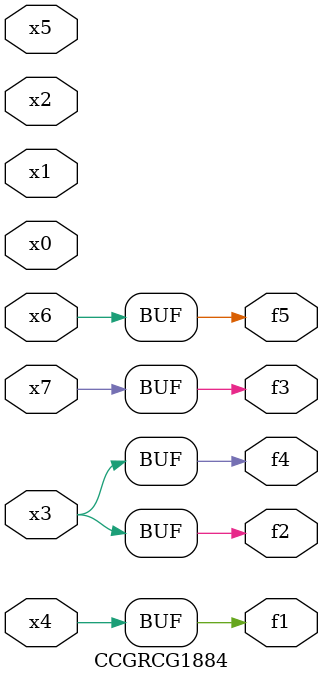
<source format=v>
module CCGRCG1884(
	input x0, x1, x2, x3, x4, x5, x6, x7,
	output f1, f2, f3, f4, f5
);
	assign f1 = x4;
	assign f2 = x3;
	assign f3 = x7;
	assign f4 = x3;
	assign f5 = x6;
endmodule

</source>
